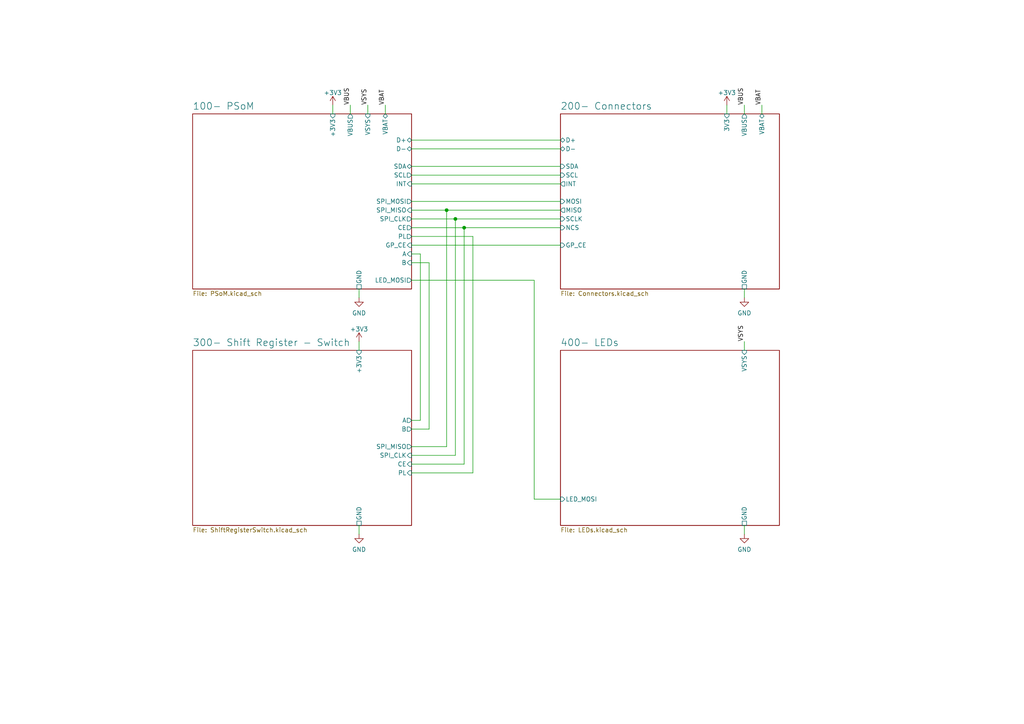
<source format=kicad_sch>
(kicad_sch (version 20230121) (generator eeschema)
  (paper "A4")
  (title_block (title "PMK_Keyboard") (date "2024-02-11") (rev "HW01") (company "PumaCorp") (comment 1 "Design by: NdG"))
  (lib_symbols
    (symbol "power:+3V3" (power) (pin_names (offset 0))
      (property "Value" "+3V3" (at 0 3.556 0))
      (symbol "+3V3_0_1"
        (polyline (pts (xy -0.762 1.27) (xy 0 2.54)))
        (polyline (pts (xy 0 0) (xy 0 2.54)))
        (polyline (pts (xy 0 2.54) (xy 0.762 1.27)))
      )
      (symbol "+3V3_1_1"
        (pin power_in line (at 0 0 90) (length 0) hide (name "+3V3") (number "1"))
      )
    )
    (symbol "power:GND" (power) (pin_names (offset 0))
      (property "Value" "GND" (at 0 -3.81 0))
      (symbol "GND_0_1"
        (polyline (pts (xy 0 0) (xy 0 -1.27) (xy 1.27 -1.27) (xy 0 -2.54) (xy -1.27 -1.27) (xy 0 -1.27)))
      )
      (symbol "GND_1_1"
        (pin power_in line (at 0 0 270) (length 0) hide (name "GND") (number "1"))
      )
    )
  )
  (junction (at 129.54 60.96))
  (junction (at 132.08 63.5))
  (junction (at 134.62 66.04))
  (wire (pts (xy 119.38 66.04) (xy 134.62 66.04)))
  (wire (pts (xy 215.9 152.4) (xy 215.9 154.94)))
  (wire (pts (xy 119.38 134.62) (xy 134.62 134.62)))
  (wire (pts (xy 106.68 30.48) (xy 106.68 33.02)))
  (wire (pts (xy 132.08 63.5) (xy 132.08 132.08)))
  (wire (pts (xy 119.38 68.58) (xy 137.16 68.58)))
  (wire (pts (xy 220.98 30.48) (xy 220.98 33.02)))
  (wire (pts (xy 124.46 124.46) (xy 124.46 76.2)))
  (wire (pts (xy 215.9 99.06) (xy 215.9 101.6)))
  (wire (pts (xy 104.14 83.82) (xy 104.14 86.36)))
  (wire (pts (xy 96.52 30.48) (xy 96.52 33.02)))
  (wire (pts (xy 119.38 71.12) (xy 162.56 71.12)))
  (wire (pts (xy 119.38 48.26) (xy 162.56 48.26)))
  (wire (pts (xy 129.54 60.96) (xy 162.56 60.96)))
  (wire (pts (xy 119.38 63.5) (xy 132.08 63.5)))
  (wire (pts (xy 137.16 68.58) (xy 137.16 137.16)))
  (wire (pts (xy 137.16 137.16) (xy 119.38 137.16)))
  (wire (pts (xy 119.38 73.66) (xy 121.92 73.66)))
  (wire (pts (xy 119.38 40.64) (xy 162.56 40.64)))
  (wire (pts (xy 134.62 66.04) (xy 134.62 134.62)))
  (wire (pts (xy 121.92 73.66) (xy 121.92 121.92)))
  (wire (pts (xy 210.82 30.48) (xy 210.82 33.02)))
  (wire (pts (xy 119.38 53.34) (xy 162.56 53.34)))
  (wire (pts (xy 111.76 30.48) (xy 111.76 33.02)))
  (wire (pts (xy 119.38 58.42) (xy 162.56 58.42)))
  (wire (pts (xy 134.62 66.04) (xy 162.56 66.04)))
  (wire (pts (xy 154.94 81.28) (xy 119.38 81.28)))
  (wire (pts (xy 119.38 129.54) (xy 129.54 129.54)))
  (wire (pts (xy 104.14 152.4) (xy 104.14 154.94)))
  (wire (pts (xy 104.14 99.06) (xy 104.14 101.6)))
  (wire (pts (xy 119.38 43.18) (xy 162.56 43.18)))
  (wire (pts (xy 215.9 30.48) (xy 215.9 33.02)))
  (wire (pts (xy 119.38 50.8) (xy 162.56 50.8)))
  (wire (pts (xy 132.08 132.08) (xy 119.38 132.08)))
  (wire (pts (xy 162.56 144.78) (xy 154.94 144.78)))
  (wire (pts (xy 119.38 124.46) (xy 124.46 124.46)))
  (wire (pts (xy 129.54 60.96) (xy 129.54 129.54)))
  (wire (pts (xy 215.9 83.82) (xy 215.9 86.36)))
  (wire (pts (xy 119.38 60.96) (xy 129.54 60.96)))
  (wire (pts (xy 101.6 30.48) (xy 101.6 33.02)))
  (wire (pts (xy 124.46 76.2) (xy 119.38 76.2)))
  (wire (pts (xy 132.08 63.5) (xy 162.56 63.5)))
  (wire (pts (xy 154.94 144.78) (xy 154.94 81.28)))
  (wire (pts (xy 121.92 121.92) (xy 119.38 121.92)))
  (label "VBAT" (at 220.98 30.48 90))
  (label "VBUS" (at 215.9 30.48 90))
  (label "VBAT" (at 111.76 30.48 90))
  (label "VBUS" (at 101.6 30.48 90))
  (label "VSYS" (at 106.68 30.48 90))
  (label "VSYS" (at 215.9 99.06 90))
  (symbol (lib_id "power:+3V3") (at 210.82 30.48 0) (unit 1)
    (property "Reference" "#PWR0102" (effects hide))
    (property "Value" "+3V3" (at 210.82 26.9042 0))
  )
  (symbol (lib_id "power:+3V3") (at 96.52 30.48 0) (unit 1)
    (property "Reference" "#PWR0101" (effects hide))
    (property "Value" "+3V3" (at 96.52 26.9042 0))
  )
  (symbol (lib_id "power:+3V3") (at 104.14 99.06 0) (unit 1)
    (property "Reference" "#PWR0105" (effects hide))
    (property "Value" "+3V3" (at 104.14 95.4842 0))
  )
  (symbol (lib_id "power:GND") (at 104.14 154.94 0) (unit 1)
    (property "Reference" "#PWR0106" (effects hide))
    (property "Value" "GND" (at 104.14 159.3834 0))
  )
  (symbol (lib_id "power:GND") (at 215.9 154.94 0) (unit 1)
    (property "Reference" "#PWR0107" (effects hide))
    (property "Value" "GND" (at 215.9 159.3834 0))
  )
  (symbol (lib_id "power:GND") (at 104.14 86.36 0) (unit 1)
    (property "Reference" "#PWR0103" (effects hide))
    (property "Value" "GND" (at 104.14 90.8034 0))
  )
  (symbol (lib_id "power:GND") (at 215.9 86.36 0) (unit 1)
    (property "Reference" "#PWR0104" (effects hide))
    (property "Value" "GND" (at 215.9 90.8034 0))
  )
  (sheet (at 55.88 101.6) (size 63.5 50.8) (stroke (width 0.1524))
    (property "Sheetname" "300- Shift Register - Switch" (at 55.88 100.5234 0) (effects (font (size 2 2)) (justify left bottom)))
    (property "Sheetfile" "ShiftRegisterSwitch.kicad_sch" (at 55.88 152.9846 0) (effects (justify left top)))
    (pin "PL" input (at 119.38 137.16 0))
    (pin "CE" input (at 119.38 134.62 0))
    (pin "+3V3" input (at 104.14 101.6 90))
    (pin "SPI_MISO" output (at 119.38 129.54 0))
    (pin "GND" passive (at 104.14 152.4 270))
    (pin "SPI_CLK" input (at 119.38 132.08 0))
    (pin "B" output (at 119.38 124.46 0))
    (pin "A" output (at 119.38 121.92 0))
  )
  (sheet (at 162.56 33.02) (size 63.5 50.8) (stroke (width 0.1524))
    (property "Sheetname" "200- Connectors" (at 162.56 31.9434 0) (effects (font (size 2 2)) (justify left bottom)))
    (property "Sheetfile" "Connectors.kicad_sch" (at 162.56 84.4046 0) (effects (justify left top)))
    (pin "VBUS" output (at 215.9 33.02 90))
    (pin "D-" bidirectional (at 162.56 43.18 180))
    (pin "D+" bidirectional (at 162.56 40.64 180))
    (pin "GND" passive (at 215.9 83.82 270))
    (pin "VBAT" bidirectional (at 220.98 33.02 90))
    (pin "SCLK" input (at 162.56 63.5 180))
    (pin "MISO" output (at 162.56 60.96 180))
    (pin "MOSI" input (at 162.56 58.42 180))
    (pin "NCS" input (at 162.56 66.04 180))
    (pin "SDA" input (at 162.56 48.26 180))
    (pin "INT" output (at 162.56 53.34 180))
    (pin "SCL" input (at 162.56 50.8 180))
    (pin "3V3" input (at 210.82 33.02 90))
    (pin "GP_CE" input (at 162.56 71.12 180))
  )
  (sheet (at 162.56 101.6) (size 63.5 50.8) (stroke (width 0.1524))
    (property "Sheetname" "400- LEDs" (at 162.56 100.5234 0) (effects (font (size 2 2)) (justify left bottom)))
    (property "Sheetfile" "LEDs.kicad_sch" (at 162.56 152.9846 0) (effects (justify left top)))
    (pin "LED_MOSI" input (at 162.56 144.78 180))
    (pin "GND" passive (at 215.9 152.4 270))
    (pin "VSYS" input (at 215.9 101.6 90))
  )
  (sheet (at 55.88 33.02) (size 63.5 50.8) (stroke (width 0.1524))
    (property "Sheetname" "100- PSoM" (at 55.88 31.9434 0) (effects (font (size 2 2)) (justify left bottom)))
    (property "Sheetfile" "PSoM.kicad_sch" (at 55.88 84.4046 0) (effects (justify left top)))
    (pin "VBUS" output (at 101.6 33.02 90))
    (pin "D-" bidirectional (at 119.38 43.18 0))
    (pin "D+" bidirectional (at 119.38 40.64 0))
    (pin "GND" passive (at 104.14 83.82 270))
    (pin "VBAT" bidirectional (at 111.76 33.02 90))
    (pin "SPI_MISO" input (at 119.38 60.96 0))
    (pin "SPI_CLK" output (at 119.38 63.5 0))
    (pin "LED_MOSI" output (at 119.38 81.28 0))
    (pin "PL" output (at 119.38 68.58 0))
    (pin "CE" output (at 119.38 66.04 0))
    (pin "+3V3" input (at 96.52 33.02 90))
    (pin "VSYS" input (at 106.68 33.02 90))
    (pin "INT" input (at 119.38 53.34 0))
    (pin "SDA" bidirectional (at 119.38 48.26 0))
    (pin "SCL" output (at 119.38 50.8 0))
    (pin "SPI_MOSI" output (at 119.38 58.42 0))
    (pin "B" input (at 119.38 76.2 0))
    (pin "A" input (at 119.38 73.66 0))
    (pin "GP_CE" input (at 119.38 71.12 0))
  )
)
</source>
